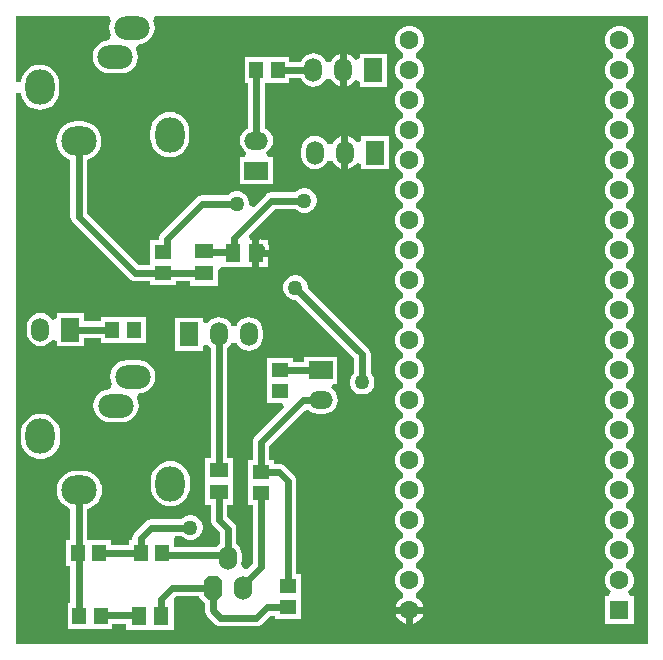
<source format=gbr>
%TF.GenerationSoftware,Altium Limited,Altium Designer,25.8.1 (18)*%
G04 Layer_Physical_Order=1*
G04 Layer_Color=255*
%FSLAX45Y45*%
%MOMM*%
%TF.SameCoordinates,EFCC0B50-9DCE-48EA-B2C5-4199F32896F4*%
%TF.FilePolarity,Positive*%
%TF.FileFunction,Copper,L1,Top,Signal*%
%TF.Part,Single*%
G01*
G75*
%TA.AperFunction,SMDPad,CuDef*%
%ADD10R,1.40000X1.20000*%
%ADD11R,1.20000X1.40000*%
%ADD12R,1.50000X1.30000*%
%ADD13R,1.30000X1.50000*%
%TA.AperFunction,Conductor*%
%ADD14C,0.60000*%
%TA.AperFunction,ComponentPad*%
%ADD15R,2.00000X1.50000*%
%ADD16O,2.00000X1.50000*%
%ADD17C,1.60000*%
%ADD18R,1.60000X1.60000*%
%ADD19O,2.50000X3.00000*%
%ADD20O,1.50000X2.00000*%
%ADD21O,3.00000X2.50000*%
%ADD22O,3.00000X2.00000*%
%ADD23O,1.52400X2.03200*%
G04:AMPARAMS|DCode=24|XSize=1.524mm|YSize=2.032mm|CornerRadius=0mm|HoleSize=0mm|Usage=FLASHONLY|Rotation=0.000|XOffset=0mm|YOffset=0mm|HoleType=Round|Shape=Octagon|*
%AMOCTAGOND24*
4,1,8,-0.38100,1.01600,0.38100,1.01600,0.76200,0.63500,0.76200,-0.63500,0.38100,-1.01600,-0.38100,-1.01600,-0.76200,-0.63500,-0.76200,0.63500,-0.38100,1.01600,0.0*
%
%ADD24OCTAGOND24*%

%ADD25R,1.50000X2.00000*%
%TA.AperFunction,ViaPad*%
%ADD26C,1.27000*%
G36*
X7934568Y7318132D02*
X2585332D01*
Y11985002D01*
X2625332Y11986967D01*
X2626387Y11976254D01*
X2635823Y11945152D01*
X2651144Y11916487D01*
X2671763Y11891363D01*
X2696887Y11870744D01*
X2725552Y11855423D01*
X2756654Y11845987D01*
X2789000Y11842802D01*
X2821346Y11845987D01*
X2852448Y11855423D01*
X2881113Y11870744D01*
X2906237Y11891363D01*
X2926856Y11916487D01*
X2942178Y11945152D01*
X2951613Y11976254D01*
X2954798Y12008600D01*
Y12058600D01*
X2951613Y12090946D01*
X2942178Y12122048D01*
X2926856Y12150713D01*
X2906237Y12175837D01*
X2881113Y12196456D01*
X2852448Y12211777D01*
X2821346Y12221213D01*
X2789000Y12224398D01*
X2756654Y12221213D01*
X2725552Y12211777D01*
X2696887Y12196456D01*
X2671763Y12175837D01*
X2651144Y12150713D01*
X2635823Y12122048D01*
X2626387Y12090946D01*
X2625332Y12080233D01*
X2585332Y12082198D01*
Y12635868D01*
X3371111D01*
X3391186Y12595867D01*
X3382604Y12575147D01*
X3377792Y12538600D01*
X3382604Y12502053D01*
X3393889Y12474808D01*
X3385506Y12452286D01*
X3372422Y12433942D01*
X3342453Y12429996D01*
X3308396Y12415890D01*
X3279151Y12393449D01*
X3256710Y12364204D01*
X3242604Y12330147D01*
X3237792Y12293600D01*
X3242604Y12257053D01*
X3256710Y12222996D01*
X3279151Y12193751D01*
X3308396Y12171310D01*
X3342453Y12157204D01*
X3379000Y12152392D01*
X3479000D01*
X3515547Y12157204D01*
X3549604Y12171310D01*
X3578849Y12193751D01*
X3601290Y12222996D01*
X3615396Y12257053D01*
X3620208Y12293600D01*
X3615396Y12330147D01*
X3604111Y12357392D01*
X3612494Y12379913D01*
X3625578Y12398258D01*
X3655547Y12402204D01*
X3689604Y12416310D01*
X3718849Y12438751D01*
X3741290Y12467996D01*
X3755396Y12502053D01*
X3760208Y12538600D01*
X3755396Y12575147D01*
X3746814Y12595867D01*
X3766889Y12635868D01*
X7934568D01*
Y7318132D01*
D02*
G37*
%LPC*%
G36*
X5728400Y12319300D02*
X5498400D01*
Y12279388D01*
X5462490Y12263885D01*
X5458400Y12264189D01*
X5441419Y12286319D01*
X5417396Y12304752D01*
X5389421Y12316340D01*
X5389400Y12316343D01*
Y12179300D01*
Y12042257D01*
X5389421Y12042260D01*
X5417396Y12053848D01*
X5441419Y12072281D01*
X5458400Y12094411D01*
X5462490Y12094715D01*
X5498400Y12079212D01*
Y12039300D01*
X5728400D01*
Y12319300D01*
D02*
G37*
G36*
X5105400Y12320292D02*
X5075379Y12316340D01*
X5047404Y12304752D01*
X5023381Y12286319D01*
X5004948Y12262296D01*
X4999815Y12249904D01*
X4901700D01*
Y12289300D01*
X4521700D01*
Y12069300D01*
X4551646D01*
Y11687757D01*
X4539804Y11682852D01*
X4515781Y11664419D01*
X4497348Y11640396D01*
X4485760Y11612421D01*
X4481808Y11582400D01*
X4485760Y11552379D01*
X4497348Y11524404D01*
X4515781Y11500381D01*
X4537911Y11483400D01*
X4538215Y11479310D01*
X4522712Y11443400D01*
X4482800D01*
Y11213400D01*
X4762800D01*
Y11443400D01*
X4722888D01*
X4707385Y11479310D01*
X4707689Y11483400D01*
X4729819Y11500381D01*
X4748252Y11524404D01*
X4759840Y11552379D01*
X4763792Y11582400D01*
X4759840Y11612421D01*
X4748252Y11640396D01*
X4729819Y11664419D01*
X4705796Y11682852D01*
X4692854Y11688213D01*
Y12069300D01*
X4901700D01*
Y12108696D01*
X4999815D01*
X5004948Y12096304D01*
X5023381Y12072281D01*
X5047404Y12053848D01*
X5075379Y12042260D01*
X5105400Y12038308D01*
X5135421Y12042260D01*
X5163396Y12053848D01*
X5187419Y12072281D01*
X5205852Y12096304D01*
X5210752Y12108133D01*
X5254048D01*
X5258948Y12096304D01*
X5277381Y12072281D01*
X5301404Y12053848D01*
X5329379Y12042260D01*
X5329400Y12042257D01*
Y12179300D01*
Y12316343D01*
X5329379Y12316340D01*
X5301404Y12304752D01*
X5277381Y12286319D01*
X5258948Y12262296D01*
X5254048Y12250467D01*
X5210752D01*
X5205852Y12262296D01*
X5187419Y12286319D01*
X5163396Y12304752D01*
X5135421Y12316340D01*
X5105400Y12320292D01*
D02*
G37*
G36*
X5741100Y11620800D02*
X5511100D01*
Y11580888D01*
X5475190Y11565385D01*
X5471100Y11565689D01*
X5454119Y11587819D01*
X5430096Y11606252D01*
X5402121Y11617840D01*
X5402100Y11617843D01*
Y11480800D01*
Y11343757D01*
X5402121Y11343760D01*
X5430096Y11355348D01*
X5454119Y11373781D01*
X5471100Y11395911D01*
X5475190Y11396215D01*
X5511100Y11380712D01*
Y11340800D01*
X5741100D01*
Y11620800D01*
D02*
G37*
G36*
X3889000Y11824398D02*
X3856654Y11821213D01*
X3825552Y11811777D01*
X3796887Y11796456D01*
X3771763Y11775837D01*
X3751144Y11750713D01*
X3735822Y11722048D01*
X3726387Y11690946D01*
X3723202Y11658600D01*
Y11608600D01*
X3726387Y11576254D01*
X3735822Y11545152D01*
X3751144Y11516488D01*
X3771763Y11491363D01*
X3796887Y11470744D01*
X3825552Y11455423D01*
X3856654Y11445988D01*
X3889000Y11442802D01*
X3921345Y11445988D01*
X3952448Y11455423D01*
X3981112Y11470744D01*
X4006237Y11491363D01*
X4026856Y11516488D01*
X4042177Y11545152D01*
X4051612Y11576254D01*
X4054798Y11608600D01*
Y11658600D01*
X4051612Y11690946D01*
X4042177Y11722048D01*
X4026856Y11750713D01*
X4006237Y11775837D01*
X3981112Y11796456D01*
X3952448Y11811777D01*
X3921345Y11821213D01*
X3889000Y11824398D01*
D02*
G37*
G36*
X5118100Y11621792D02*
X5088079Y11617840D01*
X5060104Y11606252D01*
X5036081Y11587819D01*
X5017648Y11563796D01*
X5006060Y11535821D01*
X5002108Y11505800D01*
Y11455800D01*
X5006060Y11425779D01*
X5017648Y11397804D01*
X5036081Y11373781D01*
X5060104Y11355348D01*
X5088079Y11343760D01*
X5118100Y11339808D01*
X5148121Y11343760D01*
X5176096Y11355348D01*
X5200119Y11373781D01*
X5218552Y11397804D01*
X5223452Y11409633D01*
X5266748D01*
X5271648Y11397804D01*
X5290081Y11373781D01*
X5314104Y11355348D01*
X5342079Y11343760D01*
X5342100Y11343757D01*
Y11480800D01*
Y11617843D01*
X5342079Y11617840D01*
X5314104Y11606252D01*
X5290081Y11587819D01*
X5271648Y11563796D01*
X5266748Y11551967D01*
X5223452D01*
X5218552Y11563796D01*
X5200119Y11587819D01*
X5176096Y11606252D01*
X5148121Y11617840D01*
X5118100Y11621792D01*
D02*
G37*
G36*
X3144000Y11744398D02*
X3094000D01*
X3061654Y11741212D01*
X3030552Y11731777D01*
X3001887Y11716456D01*
X2976763Y11695837D01*
X2956144Y11670712D01*
X2940822Y11642048D01*
X2931387Y11610946D01*
X2928202Y11578600D01*
X2931387Y11546254D01*
X2940822Y11515152D01*
X2956144Y11486487D01*
X2976763Y11461363D01*
X3001887Y11440744D01*
X3030552Y11425422D01*
X3048396Y11420009D01*
Y10939900D01*
X3050802Y10921627D01*
X3057855Y10904598D01*
X3069075Y10889976D01*
X3546375Y10412676D01*
X3560998Y10401455D01*
X3578026Y10394402D01*
X3596300Y10391996D01*
X3725400D01*
Y10362600D01*
X3945400D01*
Y10390046D01*
X4063300D01*
Y10353699D01*
X4293300D01*
Y10486457D01*
X4321199Y10514900D01*
X4586201D01*
Y10629900D01*
Y10744900D01*
X4572411D01*
X4557104Y10781855D01*
X4779045Y11003796D01*
X4953433D01*
X4965649Y10991579D01*
X4989251Y10977953D01*
X5015574Y10970900D01*
X5042826D01*
X5069149Y10977953D01*
X5092751Y10991579D01*
X5112021Y11010849D01*
X5125647Y11034451D01*
X5132700Y11060774D01*
Y11088026D01*
X5125647Y11114349D01*
X5112021Y11137951D01*
X5092751Y11157221D01*
X5069149Y11170847D01*
X5042826Y11177900D01*
X5015574D01*
X4989251Y11170847D01*
X4965649Y11157221D01*
X4953433Y11145004D01*
X4749800D01*
X4731526Y11142598D01*
X4714498Y11135545D01*
X4699876Y11124324D01*
X4599568Y11024017D01*
X4577818Y11030455D01*
X4561200Y11042217D01*
Y11062626D01*
X4554147Y11088949D01*
X4540521Y11112551D01*
X4521251Y11131821D01*
X4497649Y11145447D01*
X4471326Y11152500D01*
X4444074D01*
X4417751Y11145447D01*
X4394149Y11131821D01*
X4381933Y11119604D01*
X4165600D01*
X4147326Y11117198D01*
X4130298Y11110145D01*
X4115676Y11098924D01*
X3816015Y10799264D01*
X3804795Y10784642D01*
X3797742Y10767613D01*
X3795336Y10749340D01*
Y10742600D01*
X3725400D01*
Y10533204D01*
X3625545D01*
X3189604Y10969145D01*
Y11420009D01*
X3207448Y11425422D01*
X3236112Y11440744D01*
X3261237Y11461363D01*
X3281856Y11486487D01*
X3297177Y11515152D01*
X3306612Y11546254D01*
X3309798Y11578600D01*
X3306612Y11610946D01*
X3297177Y11642048D01*
X3281856Y11670712D01*
X3261237Y11695837D01*
X3236112Y11716456D01*
X3207448Y11731777D01*
X3176345Y11741212D01*
X3144000Y11744398D01*
D02*
G37*
G36*
X4661201Y10745504D02*
X4651201D01*
X4646612Y10744900D01*
X4646201D01*
Y10659900D01*
X4729830D01*
X4731805Y10674900D01*
X4729399Y10693174D01*
X4722346Y10710202D01*
X4721201Y10711694D01*
Y10744900D01*
X4665791D01*
X4661201Y10745504D01*
D02*
G37*
G36*
X4721201Y10599900D02*
X4646201D01*
Y10514900D01*
X4721201D01*
Y10599900D01*
D02*
G37*
G36*
X4559300Y10085092D02*
X4529279Y10081140D01*
X4501304Y10069552D01*
X4477281Y10051119D01*
X4458848Y10027096D01*
X4453948Y10015267D01*
X4410652D01*
X4405752Y10027096D01*
X4387319Y10051119D01*
X4363296Y10069552D01*
X4335321Y10081140D01*
X4305300Y10085092D01*
X4275279Y10081140D01*
X4247304Y10069552D01*
X4223281Y10051119D01*
X4206300Y10028989D01*
X4202210Y10028685D01*
X4166300Y10044188D01*
Y10084100D01*
X3936300D01*
Y9804100D01*
X4166300D01*
Y9844012D01*
X4202210Y9859515D01*
X4206300Y9859211D01*
X4223281Y9837081D01*
X4234696Y9828322D01*
Y8899501D01*
X4190300D01*
Y8689501D01*
Y8499499D01*
X4234696D01*
Y8373951D01*
X4237102Y8355678D01*
X4244155Y8338649D01*
X4255376Y8324027D01*
X4310896Y8268506D01*
Y8169491D01*
X4298625Y8160075D01*
X4284337Y8141454D01*
X3923800D01*
Y8199900D01*
X3923800D01*
X3935155Y8235196D01*
X3988233D01*
X4000449Y8222979D01*
X4024051Y8209353D01*
X4050374Y8202300D01*
X4077626D01*
X4103949Y8209353D01*
X4127551Y8222979D01*
X4146821Y8242249D01*
X4160447Y8265851D01*
X4167500Y8292174D01*
Y8319426D01*
X4160447Y8345749D01*
X4146821Y8369351D01*
X4127551Y8388621D01*
X4103949Y8402247D01*
X4077626Y8409300D01*
X4050374D01*
X4024051Y8402247D01*
X4000449Y8388621D01*
X3988233Y8376404D01*
X3733800D01*
X3715526Y8373998D01*
X3698498Y8366945D01*
X3683876Y8355724D01*
X3593876Y8265725D01*
X3582656Y8251102D01*
X3575602Y8234074D01*
X3573196Y8215800D01*
Y8199900D01*
X3543800D01*
Y8160504D01*
X3389300D01*
Y8199900D01*
X3187354D01*
Y8462449D01*
X3212648Y8470123D01*
X3241313Y8485444D01*
X3266437Y8506063D01*
X3287056Y8531187D01*
X3302377Y8559852D01*
X3311813Y8590954D01*
X3314998Y8623300D01*
X3311813Y8655646D01*
X3302377Y8686748D01*
X3287056Y8715413D01*
X3266437Y8740537D01*
X3241313Y8761156D01*
X3212648Y8776477D01*
X3181546Y8785913D01*
X3149200Y8789098D01*
X3099200D01*
X3066854Y8785913D01*
X3035752Y8776477D01*
X3007087Y8761156D01*
X2981963Y8740537D01*
X2961344Y8715413D01*
X2946023Y8686748D01*
X2936587Y8655646D01*
X2933402Y8623300D01*
X2936587Y8590954D01*
X2946023Y8559852D01*
X2961344Y8531187D01*
X2981963Y8506063D01*
X3007087Y8485444D01*
X3035752Y8470123D01*
X3046146Y8466969D01*
Y8199900D01*
X3009300D01*
Y7979900D01*
X3045596D01*
Y7666500D01*
X3023100D01*
Y7446500D01*
X3403100D01*
Y7492246D01*
X3521099D01*
Y7441500D01*
X3921101D01*
Y7671500D01*
X3921101D01*
X3923963Y7710314D01*
X3940845Y7727196D01*
X4138300D01*
Y7714300D01*
X4183896Y7668704D01*
Y7607300D01*
X4186302Y7589026D01*
X4193355Y7571998D01*
X4204576Y7557376D01*
X4268076Y7493876D01*
X4282698Y7482655D01*
X4299726Y7475602D01*
X4318000Y7473196D01*
X4622800D01*
X4641074Y7475602D01*
X4658102Y7482655D01*
X4672724Y7493876D01*
X4739500Y7560651D01*
X4779500Y7560163D01*
Y7531600D01*
X4999500D01*
Y7711600D01*
Y7911600D01*
X4960104D01*
Y8699500D01*
X4957698Y8717774D01*
X4950645Y8734802D01*
X4939424Y8749425D01*
X4862125Y8826725D01*
X4847502Y8837945D01*
X4830474Y8844998D01*
X4812200Y8847404D01*
X4770900D01*
Y8876800D01*
X4731504D01*
Y9000455D01*
X5021391Y9290342D01*
X5061881Y9303281D01*
X5085904Y9284848D01*
X5113879Y9273260D01*
X5143900Y9269308D01*
X5193900D01*
X5223921Y9273260D01*
X5251896Y9284848D01*
X5275919Y9303281D01*
X5294352Y9327304D01*
X5305940Y9355279D01*
X5309892Y9385300D01*
X5305940Y9415321D01*
X5294352Y9443296D01*
X5275919Y9467319D01*
X5253789Y9484300D01*
X5253485Y9488390D01*
X5268988Y9524300D01*
X5308900D01*
Y9754300D01*
X5028900D01*
Y9710454D01*
X4936000D01*
Y9740400D01*
X4716000D01*
Y9540400D01*
Y9360400D01*
X4839489D01*
X4854796Y9323445D01*
X4610976Y9079624D01*
X4599755Y9065002D01*
X4592702Y9047974D01*
X4590296Y9029700D01*
Y8876800D01*
X4550900D01*
Y8676800D01*
Y8496800D01*
X4590296D01*
Y8004845D01*
X4539972Y7954521D01*
X4520319Y7958798D01*
X4494709Y7996066D01*
X4498703Y8026400D01*
Y8077200D01*
X4494709Y8107534D01*
X4483000Y8135801D01*
X4464375Y8160075D01*
X4452104Y8169491D01*
Y8297751D01*
X4449698Y8316025D01*
X4442645Y8333053D01*
X4431424Y8347676D01*
X4375904Y8403196D01*
Y8499499D01*
X4420300D01*
Y8689501D01*
Y8899501D01*
X4375904D01*
Y9828322D01*
X4387319Y9837081D01*
X4405752Y9861104D01*
X4410652Y9872933D01*
X4453948D01*
X4458848Y9861104D01*
X4477281Y9837081D01*
X4501304Y9818648D01*
X4529279Y9807060D01*
X4559300Y9803108D01*
X4589321Y9807060D01*
X4617296Y9818648D01*
X4641319Y9837081D01*
X4659752Y9861104D01*
X4671340Y9889079D01*
X4675292Y9919100D01*
Y9969100D01*
X4671340Y9999121D01*
X4659752Y10027096D01*
X4641319Y10051119D01*
X4617296Y10069552D01*
X4589321Y10081140D01*
X4559300Y10085092D01*
D02*
G37*
G36*
X2794000Y10123192D02*
X2763979Y10119240D01*
X2736004Y10107652D01*
X2711981Y10089219D01*
X2693548Y10065196D01*
X2681960Y10037221D01*
X2678008Y10007200D01*
Y9957200D01*
X2681960Y9927179D01*
X2693548Y9899204D01*
X2711981Y9875181D01*
X2736004Y9856748D01*
X2763979Y9845160D01*
X2794000Y9841208D01*
X2824021Y9845160D01*
X2851996Y9856748D01*
X2876019Y9875181D01*
X2893000Y9897311D01*
X2897090Y9897615D01*
X2933000Y9882112D01*
Y9842200D01*
X3163000D01*
Y9911596D01*
X3303600D01*
Y9872200D01*
X3683600D01*
Y10092200D01*
X3303600D01*
Y10052804D01*
X3163000D01*
Y10122200D01*
X2933000D01*
Y10082288D01*
X2897090Y10066785D01*
X2893000Y10067089D01*
X2876019Y10089219D01*
X2851996Y10107652D01*
X2824021Y10119240D01*
X2794000Y10123192D01*
D02*
G37*
G36*
X4966626Y10441300D02*
X4939374D01*
X4913051Y10434247D01*
X4889449Y10420621D01*
X4870179Y10401351D01*
X4856553Y10377749D01*
X4849500Y10351426D01*
Y10324174D01*
X4856553Y10297851D01*
X4870179Y10274249D01*
X4889449Y10254979D01*
X4913051Y10241353D01*
X4939374Y10234300D01*
X4956651D01*
X5447696Y9743255D01*
Y9613467D01*
X5435479Y9601251D01*
X5421853Y9577649D01*
X5414800Y9551326D01*
Y9524074D01*
X5421853Y9497751D01*
X5435479Y9474149D01*
X5454749Y9454879D01*
X5478350Y9441253D01*
X5504674Y9434200D01*
X5531926D01*
X5558249Y9441253D01*
X5581850Y9454879D01*
X5601120Y9474149D01*
X5614746Y9497751D01*
X5621800Y9524074D01*
Y9551326D01*
X5614746Y9577649D01*
X5601120Y9601251D01*
X5588904Y9613467D01*
Y9772500D01*
X5586498Y9790774D01*
X5579445Y9807802D01*
X5568224Y9822425D01*
X5056500Y10334149D01*
Y10351426D01*
X5049447Y10377749D01*
X5035821Y10401351D01*
X5016551Y10420621D01*
X4992949Y10434247D01*
X4966626Y10441300D01*
D02*
G37*
G36*
X3624200Y9724508D02*
X3524200D01*
X3487653Y9719697D01*
X3453596Y9705590D01*
X3424351Y9683149D01*
X3401910Y9653904D01*
X3387804Y9619847D01*
X3382992Y9583300D01*
X3387804Y9546753D01*
X3399089Y9519508D01*
X3390706Y9496987D01*
X3377622Y9478642D01*
X3347653Y9474697D01*
X3313596Y9460590D01*
X3284351Y9438149D01*
X3261910Y9408904D01*
X3247804Y9374847D01*
X3242992Y9338300D01*
X3247804Y9301753D01*
X3261910Y9267696D01*
X3284351Y9238451D01*
X3313596Y9216010D01*
X3347653Y9201904D01*
X3384200Y9197092D01*
X3484200D01*
X3520747Y9201904D01*
X3554804Y9216010D01*
X3584049Y9238451D01*
X3606490Y9267696D01*
X3620597Y9301753D01*
X3625408Y9338300D01*
X3620597Y9374847D01*
X3609312Y9402092D01*
X3617694Y9424614D01*
X3630778Y9442958D01*
X3660747Y9446904D01*
X3694804Y9461010D01*
X3724049Y9483451D01*
X3746490Y9512696D01*
X3760596Y9546753D01*
X3765408Y9583300D01*
X3760596Y9619847D01*
X3746490Y9653904D01*
X3724049Y9683149D01*
X3694804Y9705590D01*
X3660747Y9719697D01*
X3624200Y9724508D01*
D02*
G37*
G36*
X2794200Y9269098D02*
X2761855Y9265913D01*
X2730752Y9256478D01*
X2702088Y9241156D01*
X2676963Y9220537D01*
X2656344Y9195413D01*
X2641023Y9166748D01*
X2631588Y9135646D01*
X2628402Y9103300D01*
Y9053300D01*
X2631588Y9020955D01*
X2641023Y8989852D01*
X2656344Y8961188D01*
X2676963Y8936063D01*
X2702088Y8915444D01*
X2730752Y8900123D01*
X2761855Y8890688D01*
X2794200Y8887502D01*
X2826546Y8890688D01*
X2857648Y8900123D01*
X2886313Y8915444D01*
X2911437Y8936063D01*
X2932056Y8961188D01*
X2947378Y8989852D01*
X2956813Y9020955D01*
X2959998Y9053300D01*
Y9103300D01*
X2956813Y9135646D01*
X2947378Y9166748D01*
X2932056Y9195413D01*
X2911437Y9220537D01*
X2886313Y9241156D01*
X2857648Y9256478D01*
X2826546Y9265913D01*
X2794200Y9269098D01*
D02*
G37*
G36*
X3894200Y8869098D02*
X3861854Y8865913D01*
X3830752Y8856478D01*
X3802087Y8841156D01*
X3776963Y8820537D01*
X3756344Y8795413D01*
X3741022Y8766748D01*
X3731587Y8735646D01*
X3728402Y8703300D01*
Y8653300D01*
X3731587Y8620955D01*
X3741022Y8589852D01*
X3756344Y8561188D01*
X3776963Y8536063D01*
X3802087Y8515444D01*
X3830752Y8500123D01*
X3861854Y8490688D01*
X3894200Y8487502D01*
X3926546Y8490688D01*
X3957648Y8500123D01*
X3986313Y8515444D01*
X4011437Y8536063D01*
X4032056Y8561188D01*
X4047377Y8589852D01*
X4056813Y8620955D01*
X4059998Y8653300D01*
Y8703300D01*
X4056813Y8735646D01*
X4047377Y8766748D01*
X4032056Y8795413D01*
X4011437Y8820537D01*
X3986313Y8841156D01*
X3957648Y8856478D01*
X3926546Y8865913D01*
X3894200Y8869098D01*
D02*
G37*
G36*
X5933998Y12553300D02*
X5902402D01*
X5871882Y12545122D01*
X5844518Y12529324D01*
X5822176Y12506982D01*
X5806378Y12479618D01*
X5798200Y12449098D01*
Y12417502D01*
X5806378Y12386982D01*
X5822176Y12359618D01*
X5844518Y12337276D01*
X5859816Y12328444D01*
X5862124Y12321303D01*
Y12291297D01*
X5859816Y12284156D01*
X5844518Y12275324D01*
X5822176Y12252982D01*
X5806378Y12225618D01*
X5798200Y12195098D01*
Y12163502D01*
X5806378Y12132982D01*
X5822176Y12105618D01*
X5844518Y12083276D01*
X5859816Y12074444D01*
X5862124Y12067303D01*
Y12037297D01*
X5859816Y12030156D01*
X5844518Y12021324D01*
X5822176Y11998982D01*
X5806378Y11971618D01*
X5798200Y11941098D01*
Y11909502D01*
X5806378Y11878982D01*
X5822176Y11851618D01*
X5844518Y11829276D01*
X5859816Y11820444D01*
X5862124Y11813303D01*
Y11783297D01*
X5859816Y11776156D01*
X5844518Y11767324D01*
X5822176Y11744982D01*
X5806378Y11717618D01*
X5798200Y11687098D01*
Y11655502D01*
X5806378Y11624982D01*
X5822176Y11597618D01*
X5844518Y11575276D01*
X5859816Y11566444D01*
X5862124Y11559303D01*
Y11529297D01*
X5859816Y11522156D01*
X5844518Y11513324D01*
X5822176Y11490982D01*
X5806378Y11463618D01*
X5798200Y11433098D01*
Y11401502D01*
X5806378Y11370982D01*
X5822176Y11343618D01*
X5844518Y11321276D01*
X5859816Y11312444D01*
X5862124Y11305303D01*
Y11275297D01*
X5859816Y11268156D01*
X5844518Y11259324D01*
X5822176Y11236982D01*
X5806378Y11209618D01*
X5798200Y11179098D01*
Y11147502D01*
X5806378Y11116982D01*
X5822176Y11089618D01*
X5844518Y11067276D01*
X5859816Y11058444D01*
X5862124Y11051303D01*
Y11021297D01*
X5859816Y11014156D01*
X5844518Y11005324D01*
X5822176Y10982982D01*
X5806378Y10955618D01*
X5798200Y10925098D01*
Y10893502D01*
X5806378Y10862982D01*
X5822176Y10835618D01*
X5844518Y10813276D01*
X5859816Y10804444D01*
X5862124Y10797303D01*
Y10767297D01*
X5859816Y10760156D01*
X5844518Y10751324D01*
X5822176Y10728982D01*
X5806378Y10701618D01*
X5798200Y10671098D01*
Y10639502D01*
X5806378Y10608982D01*
X5822176Y10581618D01*
X5844518Y10559276D01*
X5859816Y10550444D01*
X5862124Y10543303D01*
Y10513297D01*
X5859816Y10506156D01*
X5844518Y10497324D01*
X5822176Y10474982D01*
X5806378Y10447618D01*
X5798200Y10417098D01*
Y10385502D01*
X5806378Y10354982D01*
X5822176Y10327618D01*
X5844518Y10305276D01*
X5859816Y10296444D01*
X5862124Y10289303D01*
Y10259297D01*
X5859816Y10252156D01*
X5844518Y10243324D01*
X5822176Y10220982D01*
X5806378Y10193618D01*
X5798200Y10163098D01*
Y10131502D01*
X5806378Y10100982D01*
X5822176Y10073618D01*
X5844518Y10051276D01*
X5859816Y10042444D01*
X5862124Y10035303D01*
Y10005297D01*
X5859816Y9998156D01*
X5844518Y9989324D01*
X5822176Y9966982D01*
X5806378Y9939618D01*
X5798200Y9909098D01*
Y9877502D01*
X5806378Y9846982D01*
X5822176Y9819618D01*
X5844518Y9797276D01*
X5859816Y9788444D01*
X5862124Y9781303D01*
Y9751297D01*
X5859816Y9744156D01*
X5844518Y9735324D01*
X5822176Y9712982D01*
X5806378Y9685618D01*
X5798200Y9655098D01*
Y9623502D01*
X5806378Y9592982D01*
X5822176Y9565618D01*
X5844518Y9543276D01*
X5859816Y9534444D01*
X5862124Y9527303D01*
Y9497297D01*
X5859816Y9490156D01*
X5844518Y9481324D01*
X5822176Y9458982D01*
X5806378Y9431618D01*
X5798200Y9401098D01*
Y9369502D01*
X5806378Y9338982D01*
X5822176Y9311618D01*
X5844518Y9289276D01*
X5859816Y9280444D01*
X5862124Y9273303D01*
Y9243297D01*
X5859816Y9236156D01*
X5844518Y9227324D01*
X5822176Y9204982D01*
X5806378Y9177618D01*
X5798200Y9147098D01*
Y9115502D01*
X5806378Y9084982D01*
X5822176Y9057618D01*
X5844518Y9035276D01*
X5859816Y9026444D01*
X5862124Y9019303D01*
Y8989297D01*
X5859816Y8982156D01*
X5844518Y8973324D01*
X5822176Y8950982D01*
X5806378Y8923618D01*
X5798200Y8893098D01*
Y8861502D01*
X5806378Y8830982D01*
X5822176Y8803618D01*
X5844518Y8781276D01*
X5859816Y8772444D01*
X5862124Y8765303D01*
Y8735297D01*
X5859816Y8728156D01*
X5844518Y8719324D01*
X5822176Y8696982D01*
X5806378Y8669618D01*
X5798200Y8639098D01*
Y8607502D01*
X5806378Y8576982D01*
X5822176Y8549618D01*
X5844518Y8527276D01*
X5859816Y8518444D01*
X5862124Y8511303D01*
Y8481297D01*
X5859816Y8474156D01*
X5844518Y8465324D01*
X5822176Y8442982D01*
X5806378Y8415618D01*
X5798200Y8385098D01*
Y8353502D01*
X5806378Y8322982D01*
X5822176Y8295618D01*
X5844518Y8273276D01*
X5859816Y8264444D01*
X5862124Y8257303D01*
Y8227297D01*
X5859816Y8220156D01*
X5844518Y8211324D01*
X5822176Y8188982D01*
X5806378Y8161618D01*
X5798200Y8131098D01*
Y8099502D01*
X5806378Y8068982D01*
X5822176Y8041618D01*
X5844518Y8019276D01*
X5859816Y8010444D01*
X5862124Y8003303D01*
Y7973297D01*
X5859816Y7966156D01*
X5844518Y7957324D01*
X5822176Y7934982D01*
X5806378Y7907618D01*
X5798200Y7877098D01*
Y7845502D01*
X5806378Y7814982D01*
X5822176Y7787618D01*
X5844518Y7765276D01*
X5859816Y7756444D01*
X5862124Y7749303D01*
Y7719297D01*
X5859816Y7712156D01*
X5844518Y7703324D01*
X5822176Y7680982D01*
X5806378Y7653618D01*
X5802006Y7637300D01*
X5918200D01*
X6034394D01*
X6030022Y7653618D01*
X6014224Y7680982D01*
X5991882Y7703324D01*
X5976584Y7712156D01*
X5974276Y7719297D01*
Y7749303D01*
X5976584Y7756444D01*
X5991882Y7765276D01*
X6014224Y7787618D01*
X6030022Y7814982D01*
X6038200Y7845502D01*
Y7877098D01*
X6030022Y7907618D01*
X6014224Y7934982D01*
X5991882Y7957324D01*
X5976584Y7966156D01*
X5974276Y7973297D01*
Y8003303D01*
X5976584Y8010444D01*
X5991882Y8019276D01*
X6014224Y8041618D01*
X6030022Y8068982D01*
X6038200Y8099502D01*
Y8131098D01*
X6030022Y8161618D01*
X6014224Y8188982D01*
X5991882Y8211324D01*
X5976584Y8220156D01*
X5974276Y8227297D01*
Y8257303D01*
X5976584Y8264444D01*
X5991882Y8273276D01*
X6014224Y8295618D01*
X6030022Y8322982D01*
X6038200Y8353502D01*
Y8385098D01*
X6030022Y8415618D01*
X6014224Y8442982D01*
X5991882Y8465324D01*
X5976584Y8474156D01*
X5974276Y8481297D01*
Y8511303D01*
X5976584Y8518444D01*
X5991882Y8527276D01*
X6014224Y8549618D01*
X6030022Y8576982D01*
X6038200Y8607502D01*
Y8639098D01*
X6030022Y8669618D01*
X6014224Y8696982D01*
X5991882Y8719324D01*
X5976584Y8728156D01*
X5974276Y8735297D01*
Y8765303D01*
X5976584Y8772444D01*
X5991882Y8781276D01*
X6014224Y8803618D01*
X6030022Y8830982D01*
X6038200Y8861502D01*
Y8893098D01*
X6030022Y8923618D01*
X6014224Y8950982D01*
X5991882Y8973324D01*
X5976584Y8982156D01*
X5974276Y8989297D01*
Y9019303D01*
X5976584Y9026444D01*
X5991882Y9035276D01*
X6014224Y9057618D01*
X6030022Y9084982D01*
X6038200Y9115502D01*
Y9147098D01*
X6030022Y9177618D01*
X6014224Y9204982D01*
X5991882Y9227324D01*
X5976584Y9236156D01*
X5974276Y9243297D01*
Y9273303D01*
X5976584Y9280444D01*
X5991882Y9289276D01*
X6014224Y9311618D01*
X6030022Y9338982D01*
X6038200Y9369502D01*
Y9401098D01*
X6030022Y9431618D01*
X6014224Y9458982D01*
X5991882Y9481324D01*
X5976584Y9490156D01*
X5974276Y9497297D01*
Y9527303D01*
X5976584Y9534444D01*
X5991882Y9543276D01*
X6014224Y9565618D01*
X6030022Y9592982D01*
X6038200Y9623502D01*
Y9655098D01*
X6030022Y9685618D01*
X6014224Y9712982D01*
X5991882Y9735324D01*
X5976584Y9744156D01*
X5974276Y9751297D01*
Y9781303D01*
X5976584Y9788444D01*
X5991882Y9797276D01*
X6014224Y9819618D01*
X6030022Y9846982D01*
X6038200Y9877502D01*
Y9909098D01*
X6030022Y9939618D01*
X6014224Y9966982D01*
X5991882Y9989324D01*
X5976584Y9998156D01*
X5974276Y10005297D01*
Y10035303D01*
X5976584Y10042444D01*
X5991882Y10051276D01*
X6014224Y10073618D01*
X6030022Y10100982D01*
X6038200Y10131502D01*
Y10163098D01*
X6030022Y10193618D01*
X6014224Y10220982D01*
X5991882Y10243324D01*
X5976584Y10252156D01*
X5974276Y10259297D01*
Y10289303D01*
X5976584Y10296444D01*
X5991882Y10305276D01*
X6014224Y10327618D01*
X6030022Y10354982D01*
X6038200Y10385502D01*
Y10417098D01*
X6030022Y10447618D01*
X6014224Y10474982D01*
X5991882Y10497324D01*
X5976584Y10506156D01*
X5974276Y10513297D01*
Y10543303D01*
X5976584Y10550444D01*
X5991882Y10559276D01*
X6014224Y10581618D01*
X6030022Y10608982D01*
X6038200Y10639502D01*
Y10671098D01*
X6030022Y10701618D01*
X6014224Y10728982D01*
X5991882Y10751324D01*
X5976584Y10760156D01*
X5974276Y10767297D01*
Y10797303D01*
X5976584Y10804444D01*
X5991882Y10813276D01*
X6014224Y10835618D01*
X6030022Y10862982D01*
X6038200Y10893502D01*
Y10925098D01*
X6030022Y10955618D01*
X6014224Y10982982D01*
X5991882Y11005324D01*
X5976584Y11014156D01*
X5974276Y11021297D01*
Y11051303D01*
X5976584Y11058444D01*
X5991882Y11067276D01*
X6014224Y11089618D01*
X6030022Y11116982D01*
X6038200Y11147502D01*
Y11179098D01*
X6030022Y11209618D01*
X6014224Y11236982D01*
X5991882Y11259324D01*
X5976584Y11268156D01*
X5974276Y11275297D01*
Y11305303D01*
X5976584Y11312444D01*
X5991882Y11321276D01*
X6014224Y11343618D01*
X6030022Y11370982D01*
X6038200Y11401502D01*
Y11433098D01*
X6030022Y11463618D01*
X6014224Y11490982D01*
X5991882Y11513324D01*
X5976584Y11522156D01*
X5974276Y11529297D01*
Y11559303D01*
X5976584Y11566444D01*
X5991882Y11575276D01*
X6014224Y11597618D01*
X6030022Y11624982D01*
X6038200Y11655502D01*
Y11687098D01*
X6030022Y11717618D01*
X6014224Y11744982D01*
X5991882Y11767324D01*
X5976584Y11776156D01*
X5974276Y11783297D01*
Y11813303D01*
X5976584Y11820444D01*
X5991882Y11829276D01*
X6014224Y11851618D01*
X6030022Y11878982D01*
X6038200Y11909502D01*
Y11941098D01*
X6030022Y11971618D01*
X6014224Y11998982D01*
X5991882Y12021324D01*
X5976584Y12030156D01*
X5974276Y12037297D01*
Y12067303D01*
X5976584Y12074444D01*
X5991882Y12083276D01*
X6014224Y12105618D01*
X6030022Y12132982D01*
X6038200Y12163502D01*
Y12195098D01*
X6030022Y12225618D01*
X6014224Y12252982D01*
X5991882Y12275324D01*
X5976584Y12284156D01*
X5974276Y12291297D01*
Y12321303D01*
X5976584Y12328444D01*
X5991882Y12337276D01*
X6014224Y12359618D01*
X6030022Y12386982D01*
X6038200Y12417502D01*
Y12449098D01*
X6030022Y12479618D01*
X6014224Y12506982D01*
X5991882Y12529324D01*
X5964518Y12545122D01*
X5933998Y12553300D01*
D02*
G37*
G36*
X6034394Y7577300D02*
X5948200D01*
Y7491106D01*
X5964518Y7495478D01*
X5991882Y7511276D01*
X6014224Y7533618D01*
X6030022Y7560982D01*
X6034394Y7577300D01*
D02*
G37*
G36*
X5888200D02*
X5802006D01*
X5806378Y7560982D01*
X5822176Y7533618D01*
X5844518Y7511276D01*
X5871882Y7495478D01*
X5888200Y7491106D01*
Y7577300D01*
D02*
G37*
G36*
X7711998Y12553300D02*
X7680402D01*
X7649882Y12545122D01*
X7622518Y12529324D01*
X7600176Y12506982D01*
X7584378Y12479618D01*
X7576200Y12449098D01*
Y12417502D01*
X7584378Y12386982D01*
X7600176Y12359618D01*
X7622518Y12337276D01*
X7637816Y12328444D01*
X7640124Y12321303D01*
Y12291297D01*
X7637816Y12284156D01*
X7622518Y12275324D01*
X7600176Y12252982D01*
X7584378Y12225618D01*
X7576200Y12195098D01*
Y12163502D01*
X7584378Y12132982D01*
X7600176Y12105618D01*
X7622518Y12083276D01*
X7637816Y12074444D01*
X7640124Y12067303D01*
Y12037297D01*
X7637816Y12030156D01*
X7622518Y12021324D01*
X7600176Y11998982D01*
X7584378Y11971618D01*
X7576200Y11941098D01*
Y11909502D01*
X7584378Y11878982D01*
X7600176Y11851618D01*
X7622518Y11829276D01*
X7637816Y11820444D01*
X7640124Y11813303D01*
Y11783297D01*
X7637816Y11776156D01*
X7622518Y11767324D01*
X7600176Y11744982D01*
X7584378Y11717618D01*
X7576200Y11687098D01*
Y11655502D01*
X7584378Y11624982D01*
X7600176Y11597618D01*
X7622518Y11575276D01*
X7637816Y11566444D01*
X7640124Y11559303D01*
Y11529297D01*
X7637816Y11522156D01*
X7622518Y11513324D01*
X7600176Y11490982D01*
X7584378Y11463618D01*
X7576200Y11433098D01*
Y11401502D01*
X7584378Y11370982D01*
X7600176Y11343618D01*
X7622518Y11321276D01*
X7637816Y11312444D01*
X7640124Y11305303D01*
Y11275297D01*
X7637816Y11268156D01*
X7622518Y11259324D01*
X7600176Y11236982D01*
X7584378Y11209618D01*
X7576200Y11179098D01*
Y11147502D01*
X7584378Y11116982D01*
X7600176Y11089618D01*
X7622518Y11067276D01*
X7637816Y11058444D01*
X7640124Y11051303D01*
Y11021297D01*
X7637816Y11014156D01*
X7622518Y11005324D01*
X7600176Y10982982D01*
X7584378Y10955618D01*
X7576200Y10925098D01*
Y10893502D01*
X7584378Y10862982D01*
X7600176Y10835618D01*
X7622518Y10813276D01*
X7637816Y10804444D01*
X7640124Y10797303D01*
Y10767297D01*
X7637816Y10760156D01*
X7622518Y10751324D01*
X7600176Y10728982D01*
X7584378Y10701618D01*
X7576200Y10671098D01*
Y10639502D01*
X7584378Y10608982D01*
X7600176Y10581618D01*
X7622518Y10559276D01*
X7637816Y10550444D01*
X7640124Y10543303D01*
Y10513297D01*
X7637816Y10506156D01*
X7622518Y10497324D01*
X7600176Y10474982D01*
X7584378Y10447618D01*
X7576200Y10417098D01*
Y10385502D01*
X7584378Y10354982D01*
X7600176Y10327618D01*
X7622518Y10305276D01*
X7637816Y10296444D01*
X7640124Y10289303D01*
Y10259297D01*
X7637816Y10252156D01*
X7622518Y10243324D01*
X7600176Y10220982D01*
X7584378Y10193618D01*
X7576200Y10163098D01*
Y10131502D01*
X7584378Y10100982D01*
X7600176Y10073618D01*
X7622518Y10051276D01*
X7637816Y10042444D01*
X7640124Y10035303D01*
Y10005297D01*
X7637816Y9998156D01*
X7622518Y9989324D01*
X7600176Y9966982D01*
X7584378Y9939618D01*
X7576200Y9909098D01*
Y9877502D01*
X7584378Y9846982D01*
X7600176Y9819618D01*
X7622518Y9797276D01*
X7637816Y9788444D01*
X7640124Y9781303D01*
Y9751297D01*
X7637816Y9744156D01*
X7622518Y9735324D01*
X7600176Y9712982D01*
X7584378Y9685618D01*
X7576200Y9655098D01*
Y9623502D01*
X7584378Y9592982D01*
X7600176Y9565618D01*
X7622518Y9543276D01*
X7637816Y9534444D01*
X7640124Y9527303D01*
Y9497297D01*
X7637816Y9490156D01*
X7622518Y9481324D01*
X7600176Y9458982D01*
X7584378Y9431618D01*
X7576200Y9401098D01*
Y9369502D01*
X7584378Y9338982D01*
X7600176Y9311618D01*
X7622518Y9289276D01*
X7637816Y9280444D01*
X7640124Y9273303D01*
Y9243297D01*
X7637816Y9236156D01*
X7622518Y9227324D01*
X7600176Y9204982D01*
X7584378Y9177618D01*
X7576200Y9147098D01*
Y9115502D01*
X7584378Y9084982D01*
X7600176Y9057618D01*
X7622518Y9035276D01*
X7637816Y9026444D01*
X7640124Y9019303D01*
Y8989297D01*
X7637816Y8982156D01*
X7622518Y8973324D01*
X7600176Y8950982D01*
X7584378Y8923618D01*
X7576200Y8893098D01*
Y8861502D01*
X7584378Y8830982D01*
X7600176Y8803618D01*
X7622518Y8781276D01*
X7637816Y8772444D01*
X7640124Y8765303D01*
Y8735297D01*
X7637816Y8728156D01*
X7622518Y8719324D01*
X7600176Y8696982D01*
X7584378Y8669618D01*
X7576200Y8639098D01*
Y8607502D01*
X7584378Y8576982D01*
X7600176Y8549618D01*
X7622518Y8527276D01*
X7637816Y8518444D01*
X7640124Y8511303D01*
Y8481297D01*
X7637816Y8474156D01*
X7622518Y8465324D01*
X7600176Y8442982D01*
X7584378Y8415618D01*
X7576200Y8385098D01*
Y8353502D01*
X7584378Y8322982D01*
X7600176Y8295618D01*
X7622518Y8273276D01*
X7637816Y8264444D01*
X7640124Y8257303D01*
Y8227297D01*
X7637816Y8220156D01*
X7622518Y8211324D01*
X7600176Y8188982D01*
X7584378Y8161618D01*
X7576200Y8131098D01*
Y8099502D01*
X7584378Y8068982D01*
X7600176Y8041618D01*
X7622518Y8019276D01*
X7637816Y8010444D01*
X7640124Y8003303D01*
Y7973297D01*
X7637816Y7966156D01*
X7622518Y7957324D01*
X7600176Y7934982D01*
X7584378Y7907618D01*
X7576200Y7877098D01*
Y7845502D01*
X7584378Y7814982D01*
X7600176Y7787618D01*
X7620495Y7767300D01*
X7619838Y7758120D01*
X7608296Y7727300D01*
X7576200D01*
Y7487300D01*
X7816200D01*
Y7727300D01*
X7784104D01*
X7772562Y7758120D01*
X7771905Y7767300D01*
X7792224Y7787618D01*
X7808022Y7814982D01*
X7816200Y7845502D01*
Y7877098D01*
X7808022Y7907618D01*
X7792224Y7934982D01*
X7769882Y7957324D01*
X7754584Y7966156D01*
X7752276Y7973297D01*
Y8003303D01*
X7754584Y8010444D01*
X7769882Y8019276D01*
X7792224Y8041618D01*
X7808022Y8068982D01*
X7816200Y8099502D01*
Y8131098D01*
X7808022Y8161618D01*
X7792224Y8188982D01*
X7769882Y8211324D01*
X7754584Y8220156D01*
X7752276Y8227297D01*
Y8257303D01*
X7754584Y8264444D01*
X7769882Y8273276D01*
X7792224Y8295618D01*
X7808022Y8322982D01*
X7816200Y8353502D01*
Y8385098D01*
X7808022Y8415618D01*
X7792224Y8442982D01*
X7769882Y8465324D01*
X7754584Y8474156D01*
X7752276Y8481297D01*
Y8511303D01*
X7754584Y8518444D01*
X7769882Y8527276D01*
X7792224Y8549618D01*
X7808022Y8576982D01*
X7816200Y8607502D01*
Y8639098D01*
X7808022Y8669618D01*
X7792224Y8696982D01*
X7769882Y8719324D01*
X7754584Y8728156D01*
X7752276Y8735297D01*
Y8765303D01*
X7754584Y8772444D01*
X7769882Y8781276D01*
X7792224Y8803618D01*
X7808022Y8830982D01*
X7816200Y8861502D01*
Y8893098D01*
X7808022Y8923618D01*
X7792224Y8950982D01*
X7769882Y8973324D01*
X7754584Y8982156D01*
X7752276Y8989297D01*
Y9019303D01*
X7754584Y9026444D01*
X7769882Y9035276D01*
X7792224Y9057618D01*
X7808022Y9084982D01*
X7816200Y9115502D01*
Y9147098D01*
X7808022Y9177618D01*
X7792224Y9204982D01*
X7769882Y9227324D01*
X7754584Y9236156D01*
X7752276Y9243297D01*
Y9273303D01*
X7754584Y9280444D01*
X7769882Y9289276D01*
X7792224Y9311618D01*
X7808022Y9338982D01*
X7816200Y9369502D01*
Y9401098D01*
X7808022Y9431618D01*
X7792224Y9458982D01*
X7769882Y9481324D01*
X7754584Y9490156D01*
X7752276Y9497297D01*
Y9527303D01*
X7754584Y9534444D01*
X7769882Y9543276D01*
X7792224Y9565618D01*
X7808022Y9592982D01*
X7816200Y9623502D01*
Y9655098D01*
X7808022Y9685618D01*
X7792224Y9712982D01*
X7769882Y9735324D01*
X7754584Y9744156D01*
X7752276Y9751297D01*
Y9781303D01*
X7754584Y9788444D01*
X7769882Y9797276D01*
X7792224Y9819618D01*
X7808022Y9846982D01*
X7816200Y9877502D01*
Y9909098D01*
X7808022Y9939618D01*
X7792224Y9966982D01*
X7769882Y9989324D01*
X7754584Y9998156D01*
X7752276Y10005297D01*
Y10035303D01*
X7754584Y10042444D01*
X7769882Y10051276D01*
X7792224Y10073618D01*
X7808022Y10100982D01*
X7816200Y10131502D01*
Y10163098D01*
X7808022Y10193618D01*
X7792224Y10220982D01*
X7769882Y10243324D01*
X7754584Y10252156D01*
X7752276Y10259297D01*
Y10289303D01*
X7754584Y10296444D01*
X7769882Y10305276D01*
X7792224Y10327618D01*
X7808022Y10354982D01*
X7816200Y10385502D01*
Y10417098D01*
X7808022Y10447618D01*
X7792224Y10474982D01*
X7769882Y10497324D01*
X7754584Y10506156D01*
X7752276Y10513297D01*
Y10543303D01*
X7754584Y10550444D01*
X7769882Y10559276D01*
X7792224Y10581618D01*
X7808022Y10608982D01*
X7816200Y10639502D01*
Y10671098D01*
X7808022Y10701618D01*
X7792224Y10728982D01*
X7769882Y10751324D01*
X7754584Y10760156D01*
X7752276Y10767297D01*
Y10797303D01*
X7754584Y10804444D01*
X7769882Y10813276D01*
X7792224Y10835618D01*
X7808022Y10862982D01*
X7816200Y10893502D01*
Y10925098D01*
X7808022Y10955618D01*
X7792224Y10982982D01*
X7769882Y11005324D01*
X7754584Y11014156D01*
X7752276Y11021297D01*
Y11051303D01*
X7754584Y11058444D01*
X7769882Y11067276D01*
X7792224Y11089618D01*
X7808022Y11116982D01*
X7816200Y11147502D01*
Y11179098D01*
X7808022Y11209618D01*
X7792224Y11236982D01*
X7769882Y11259324D01*
X7754584Y11268156D01*
X7752276Y11275297D01*
Y11305303D01*
X7754584Y11312444D01*
X7769882Y11321276D01*
X7792224Y11343618D01*
X7808022Y11370982D01*
X7816200Y11401502D01*
Y11433098D01*
X7808022Y11463618D01*
X7792224Y11490982D01*
X7769882Y11513324D01*
X7754584Y11522156D01*
X7752276Y11529297D01*
Y11559303D01*
X7754584Y11566444D01*
X7769882Y11575276D01*
X7792224Y11597618D01*
X7808022Y11624982D01*
X7816200Y11655502D01*
Y11687098D01*
X7808022Y11717618D01*
X7792224Y11744982D01*
X7769882Y11767324D01*
X7754584Y11776156D01*
X7752276Y11783297D01*
Y11813303D01*
X7754584Y11820444D01*
X7769882Y11829276D01*
X7792224Y11851618D01*
X7808022Y11878982D01*
X7816200Y11909502D01*
Y11941098D01*
X7808022Y11971618D01*
X7792224Y11998982D01*
X7769882Y12021324D01*
X7754584Y12030156D01*
X7752276Y12037297D01*
Y12067303D01*
X7754584Y12074444D01*
X7769882Y12083276D01*
X7792224Y12105618D01*
X7808022Y12132982D01*
X7816200Y12163502D01*
Y12195098D01*
X7808022Y12225618D01*
X7792224Y12252982D01*
X7769882Y12275324D01*
X7754584Y12284156D01*
X7752276Y12291297D01*
Y12321303D01*
X7754584Y12328444D01*
X7769882Y12337276D01*
X7792224Y12359618D01*
X7808022Y12386982D01*
X7816200Y12417502D01*
Y12449098D01*
X7808022Y12479618D01*
X7792224Y12506982D01*
X7769882Y12529324D01*
X7742518Y12545122D01*
X7711998Y12553300D01*
D02*
G37*
%LPD*%
D10*
X4660900Y8776800D02*
D03*
X4889500Y7811600D02*
D03*
X3835400Y10642600D02*
D03*
Y10462600D02*
D03*
X4889500Y7631600D02*
D03*
X4660900Y8596800D02*
D03*
X4826000Y9460400D02*
D03*
Y9640400D02*
D03*
D11*
X4801700Y12179300D02*
D03*
X3289300Y8089900D02*
D03*
X3643800D02*
D03*
X4621700Y12179300D02*
D03*
X3123100Y7556500D02*
D03*
X3303100D02*
D03*
X3109300Y8089900D02*
D03*
X3823800D02*
D03*
X3583600Y9982200D02*
D03*
X3403600D02*
D03*
D12*
X4178300Y10648701D02*
D03*
Y10458699D02*
D03*
X4305300Y8604499D02*
D03*
Y8794501D02*
D03*
D13*
X4426199Y10629900D02*
D03*
X4616201D02*
D03*
X3816101Y7556500D02*
D03*
X3626099D02*
D03*
D14*
X3119000Y10939900D02*
Y11578600D01*
Y10939900D02*
X3596300Y10462600D01*
X4953000Y10337800D02*
X5518300Y9772500D01*
Y9537700D02*
Y9772500D01*
X3816101Y7556500D02*
Y7702301D01*
X3911600Y7797800D02*
X4254500D01*
X3816101Y7702301D02*
X3911600Y7797800D01*
X4254500Y7607300D02*
Y7768760D01*
Y7797800D01*
X4318000Y7543800D02*
X4622800D01*
X4254500Y7607300D02*
X4318000Y7543800D01*
X4622800D02*
X4710600Y7631600D01*
X4889500D01*
X4660900Y9029700D02*
X5016500Y9385300D01*
X4660900Y8776800D02*
Y9029700D01*
X4685400Y8776800D02*
X4812200D01*
X4889500Y7811600D02*
Y8699500D01*
X4812200Y8776800D02*
X4889500Y8699500D01*
X4749800Y11074400D02*
X5029200D01*
X4435153Y10759753D02*
X4749800Y11074400D01*
X4435153Y10648854D02*
Y10759753D01*
X4425599Y10639301D02*
X4435153Y10648854D01*
X4187701Y10639301D02*
X4425599D01*
X5016500Y9385300D02*
X5168900D01*
X4801700Y12179300D02*
X5105400D01*
X4178300Y10648701D02*
X4187701Y10639301D01*
X3643800Y8089900D02*
Y8215800D01*
X3733800Y8305800D01*
X4064000D01*
X3289300Y8089900D02*
X3643800D01*
X5359400Y12179300D02*
X5365750Y12172950D01*
Y11487150D02*
X5372100Y11480800D01*
X5354879Y11463579D02*
X5372100Y11480800D01*
X4651201Y10674900D02*
X4661201D01*
X4616201Y10629900D02*
Y10639900D01*
X4651201Y10674900D01*
X4621700Y12179300D02*
X4622250Y12178750D01*
Y11582950D02*
Y12178750D01*
Y11582950D02*
X4622800Y11582400D01*
X3865940Y10749340D02*
X4165600Y11049000D01*
X3865940Y10672600D02*
Y10749340D01*
X3835939Y10642600D02*
X3865940Y10672600D01*
X3835400Y10642600D02*
X3835939D01*
X4165600Y11049000D02*
X4457700D01*
X4176350Y10460649D02*
X4178300Y10458699D01*
X3837351Y10460649D02*
X4176350D01*
X3835400Y10462600D02*
X3837351Y10460649D01*
X3596300Y10462600D02*
X3835400D01*
X3842850Y8070850D02*
X4362450D01*
X3823800Y8089900D02*
X3842850Y8070850D01*
X4381500Y8051800D02*
Y8297751D01*
X4362450Y8070850D02*
X4381500Y8051800D01*
X5168350Y9639850D02*
X5168900Y9639300D01*
X4826550Y9639850D02*
X5168350D01*
X4826000Y9640400D02*
X4826550Y9639850D01*
X3048000Y9982200D02*
X3403600D01*
X3116750Y8615850D02*
X3124200Y8623300D01*
X3116750Y8097350D02*
Y8615850D01*
X3109300Y8089900D02*
X3116750Y8097350D01*
X3309450Y7550150D02*
X3322150Y7562850D01*
X3619749D01*
X3116200Y7563400D02*
X3123100Y7556500D01*
X3116200Y7563400D02*
Y8083000D01*
X3109300Y8089900D02*
X3116200Y8083000D01*
X3619749Y7562850D02*
X3626099Y7556500D01*
X4305300Y8373951D02*
Y8604499D01*
Y8373951D02*
X4381500Y8297751D01*
X4508500Y7797800D02*
Y7823200D01*
X4660900Y7975600D01*
Y8596800D01*
X4305300Y8794501D02*
Y9944100D01*
D15*
X5168900Y9639300D02*
D03*
X4622800Y11328400D02*
D03*
D16*
X5168900Y9385300D02*
D03*
X4622800Y11582400D02*
D03*
D17*
X5918200Y12433300D02*
D03*
Y12179300D02*
D03*
Y11671300D02*
D03*
Y11417300D02*
D03*
Y11163300D02*
D03*
Y10909300D02*
D03*
Y10401300D02*
D03*
Y10147300D02*
D03*
Y9893300D02*
D03*
Y9639300D02*
D03*
Y9131300D02*
D03*
Y8877300D02*
D03*
Y8623300D02*
D03*
Y8369300D02*
D03*
Y7861300D02*
D03*
X7696200Y12433300D02*
D03*
Y12179300D02*
D03*
Y11671300D02*
D03*
Y11417300D02*
D03*
Y11163300D02*
D03*
Y10909300D02*
D03*
Y10401300D02*
D03*
Y10147300D02*
D03*
Y9893300D02*
D03*
Y9639300D02*
D03*
Y9131300D02*
D03*
Y8877300D02*
D03*
Y8623300D02*
D03*
Y8369300D02*
D03*
Y7861300D02*
D03*
X5918200Y7607300D02*
D03*
X7696200Y11925300D02*
D03*
Y8115300D02*
D03*
Y10655300D02*
D03*
Y9385300D02*
D03*
X5918200Y11925300D02*
D03*
Y10655300D02*
D03*
Y9385300D02*
D03*
Y8115300D02*
D03*
D18*
X7696200Y7607300D02*
D03*
D19*
X2794200Y9078300D02*
D03*
X2789000Y12033600D02*
D03*
X3889000Y11633600D02*
D03*
X3894200Y8678300D02*
D03*
D20*
X2794000Y9982200D02*
D03*
X5118100Y11480800D02*
D03*
X5105400Y12179300D02*
D03*
X5372100Y11480800D02*
D03*
X5359400Y12179300D02*
D03*
X4559300Y9944100D02*
D03*
X4305300D02*
D03*
D21*
X3119000Y11578600D02*
D03*
X3124200Y8623300D02*
D03*
D22*
X3429000Y12293600D02*
D03*
X3569000Y12538600D02*
D03*
X3434200Y9338300D02*
D03*
X3574200Y9583300D02*
D03*
D23*
X4508500Y7797800D02*
D03*
X4381500Y8051800D02*
D03*
D24*
X4254500Y7797800D02*
D03*
D25*
X5613400Y12179300D02*
D03*
X3048000Y9982200D02*
D03*
X5626100Y11480800D02*
D03*
X4051300Y9944100D02*
D03*
D26*
X4953000Y10337800D02*
D03*
X5029200Y11074400D02*
D03*
X4064000Y8305800D02*
D03*
X4457700Y11049000D02*
D03*
X5518300Y9537700D02*
D03*
%TF.MD5,43fbb58af8a496c26381ea2f48c81f7e*%
M02*

</source>
